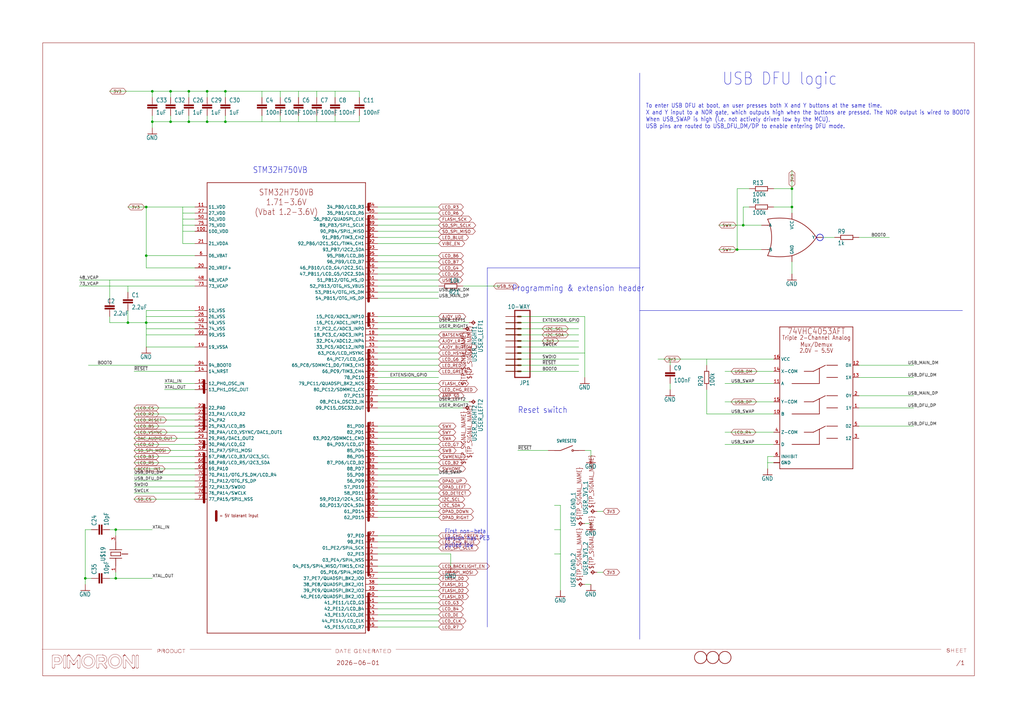
<source format=kicad_sch>
(kicad_sch (version 20230121) (generator eeschema)
  (paper "User" 426.949 302.158)
  (lib_symbols
    (symbol "32blit-eagle-import:10-WAY"
      (property "Reference" "JP" (at 0 8.89 0))
      (symbol "10-WAY_1_0"
        (pin passive line (at 10.16 -17.78 180) (length 5.08) (name "1") (number "A1"))
        (pin passive line (at 10.16 5.08 180) (length 5.08) (name "10") (number "A10"))
        (pin passive line (at 10.16 -15.24 180) (length 5.08) (name "2") (number "A2"))
        (pin passive line (at 10.16 -12.7 180) (length 5.08) (name "3") (number "A3"))
        (pin passive line (at 10.16 -10.16 180) (length 5.08) (name "4") (number "A4"))
        (pin passive line (at 10.16 -7.62 180) (length 5.08) (name "5") (number "A5"))
        (pin passive line (at 10.16 -5.08 180) (length 5.08) (name "6") (number "A6"))
        (pin passive line (at 10.16 -2.54 180) (length 5.08) (name "7") (number "A7"))
        (pin passive line (at 10.16 0 180) (length 5.08) (name "8") (number "A8"))
        (pin passive line (at 10.16 2.54 180) (length 5.08) (name "9") (number "A9"))
        (pin passive line (at 10.16 -17.78 180) (length 5.08) (name "1") (number "B1"))
        (pin passive line (at 10.16 5.08 180) (length 5.08) (name "10") (number "B10"))
        (pin passive line (at 10.16 -15.24 180) (length 5.08) (name "2") (number "B2"))
        (pin passive line (at 10.16 -12.7 180) (length 5.08) (name "3") (number "B3"))
        (pin passive line (at 10.16 -10.16 180) (length 5.08) (name "4") (number "B4"))
        (pin passive line (at 10.16 -7.62 180) (length 5.08) (name "5") (number "B5"))
        (pin passive line (at 10.16 -5.08 180) (length 5.08) (name "6") (number "B6"))
        (pin passive line (at 10.16 -2.54 180) (length 5.08) (name "7") (number "B7"))
        (pin passive line (at 10.16 0 180) (length 5.08) (name "8") (number "B8"))
        (pin passive line (at 10.16 2.54 180) (length 5.08) (name "9") (number "B9"))
      )
    )
    (symbol "32blit-eagle-import:74VHC4053AFT"
      (symbol "74VHC4053AFT_1_0"
        (text "2.0V - 5.5V" (at 0 15.24 0) (effects (font (size 1.778 1.5113)) (justify bottom)))
        (text "74VHC4053AFT" (at 0 22.86 0) (effects (font (size 2.54 2.159)) (justify bottom)))
        (text "Triple 2-Channel Analog\nMux/Demux" (at 0 17.78 0) (effects (font (size 1.778 1.5113)) (justify bottom)))
        (pin bidirectional line (at 17.78 -7.62 180) (length 2.54) (name "1Y") (number "1"))
        (pin bidirectional line (at -17.78 -10.16 0) (length 2.54) (name "B") (number "10"))
        (pin bidirectional line (at -17.78 2.54 0) (length 2.54) (name "A") (number "11"))
        (pin bidirectional line (at 17.78 10.16 180) (length 2.54) (name "0X") (number "12"))
        (pin bidirectional line (at 17.78 5.08 180) (length 2.54) (name "1X") (number "13"))
        (pin bidirectional line (at -17.78 7.62 0) (length 2.54) (name "X-COM") (number "14"))
        (pin bidirectional line (at -17.78 -5.08 0) (length 2.54) (name "Y-COM") (number "15"))
        (pin bidirectional line (at -17.78 12.7 0) (length 2.54) (name "VCC") (number "16"))
        (pin bidirectional line (at 17.78 -2.54 180) (length 2.54) (name "0Y") (number "2"))
        (pin bidirectional line (at 17.78 -20.32 180) (length 2.54) (name "1Z") (number "3"))
        (pin bidirectional line (at -17.78 -17.78 0) (length 2.54) (name "Z-COM") (number "4"))
        (pin bidirectional line (at 17.78 -15.24 180) (length 2.54) (name "0Z") (number "5"))
        (pin bidirectional line (at -17.78 -27.94 0) (length 2.54) (name "INHIBIT") (number "6"))
        (pin bidirectional line (at -17.78 -30.48 0) (length 2.54) (name "GND") (number "7"))
        (pin bidirectional line (at -17.78 -30.48 0) (length 2.54) (name "GND") (number "8"))
        (pin bidirectional line (at -17.78 -22.86 0) (length 2.54) (name "D") (number "9"))
      )
    )
    (symbol "32blit-eagle-import:C-EUC0603"
      (property "Reference" "C" (at 1.524 0.381 0))
      (symbol "C-EUC0603_1_0"
        (pin passive line (at 0 2.54 270) (length 2.54) (name "1") (number "1"))
        (pin passive line (at 0 -5.08 90) (length 2.54) (name "2") (number "2"))
      )
    )
    (symbol "32blit-eagle-import:DINA3_PIM_L"
      (symbol "DINA3_PIM_L_1_0"
        (text "${#}/${##}" (at 384.574 4.318 0) (effects (font (size 1.778 1.778)) (justify right bottom)))
        (text "${CURRENT_DATE}" (at 122.428 4.318 0) (effects (font (size 1.778 1.778)) (justify left bottom)))
        (text "${PROJECTNAME}" (at 48.006 4.318 0) (effects (font (size 1.778 1.778)) (justify left bottom)))
      )
    )
    (symbol "32blit-eagle-import:FIDUCIAL1MM")
    (symbol "32blit-eagle-import:GND" (power)
      (property "Value" "GND" (at -2.54 -2.54 0))
      (symbol "GND_1_0"
        (pin power_in line (at 0 2.54 270) (length 2.54) (name "GND") (number "1"))
      )
    )
    (symbol "32blit-eagle-import:R-EU_R0603"
      (property "Reference" "R" (at 0 1.2446 0))
      (symbol "R-EU_R0603_1_0"
        (pin passive line (at -5.08 0 0) (length 2.54) (name "1") (number "1"))
        (pin passive line (at 5.08 0 180) (length 2.54) (name "2") (number "2"))
      )
    )
    (symbol "32blit-eagle-import:SN74AHC1G02"
      (symbol "SN74AHC1G02_1_0"
        (pin bidirectional line (at -22.86 10.16 0) (length 2.54) (name "A") (number "1"))
        (pin bidirectional line (at -22.86 0 0) (length 2.54) (name "B") (number "2"))
        (pin bidirectional line (at -10.16 -5.08 90) (length 2.54) (name "GND") (number "3"))
        (pin bidirectional line (at 2.54 5.08 180) (length 2.54) (name "Y") (number "4"))
        (pin bidirectional line (at -10.16 15.24 270) (length 2.54) (name "VCC") (number "5"))
      )
    )
    (symbol "32blit-eagle-import:STM32H750VB"
      (symbol "STM32H750VB_1_0"
        (text "= 5V tolerant input" (at -27.94 -66.04 0) (effects (font (size 1.27 1.0795)) (justify left bottom)))
        (text "STM32H750VB\n1.71-3.6V\n(Vbat 1.2-3.6V)" (at 0 71.12 0) (effects (font (size 2.54 2.159)) (justify top)))
        (pin bidirectional line (at 38.1 -78.74 180) (length 5.08) (name "01_PE2/SPI4_SCK") (number "1"))
        (pin bidirectional line (at -38.1 20.32 0) (length 5.08) (name "10_VSS") (number "10"))
        (pin bidirectional line (at -38.1 53.34 0) (length 5.08) (name "100_VDD") (number "100"))
        (pin bidirectional line (at -38.1 63.5 0) (length 5.08) (name "11_VDD") (number "11"))
        (pin bidirectional line (at -38.1 -10.16 0) (length 5.08) (name "12_PH0_OSC_IN") (number "12"))
        (pin bidirectional line (at -38.1 -12.7 0) (length 5.08) (name "13_PH1_OSC_OUT") (number "13"))
        (pin bidirectional line (at -38.1 -5.08 0) (length 5.08) (name "14_NRST") (number "14"))
        (pin bidirectional line (at 38.1 17.78 180) (length 5.08) (name "15_PC0/ADC3_INP10") (number "15"))
        (pin bidirectional line (at 38.1 15.24 180) (length 5.08) (name "16_PC1/ADC1_INP11") (number "16"))
        (pin bidirectional line (at 38.1 12.7 180) (length 5.08) (name "17_PC2_C/ADC3_INP0") (number "17"))
        (pin bidirectional line (at 38.1 10.16 180) (length 5.08) (name "18_PC3_C/ADC3_INP1") (number "18"))
        (pin bidirectional line (at -38.1 5.08 0) (length 5.08) (name "19_VSSA") (number "19"))
        (pin bidirectional line (at 38.1 -81.28 180) (length 5.08) (name "02_PE3") (number "2"))
        (pin bidirectional line (at -38.1 38.1 0) (length 5.08) (name "20_VREF+") (number "20"))
        (pin bidirectional line (at -38.1 48.26 0) (length 5.08) (name "21_VDDA") (number "21"))
        (pin bidirectional line (at -38.1 -20.32 0) (length 5.08) (name "22_PA0") (number "22"))
        (pin bidirectional line (at -38.1 -22.86 0) (length 5.08) (name "23_PA1/LCD_R2") (number "23"))
        (pin bidirectional line (at -38.1 -25.4 0) (length 5.08) (name "24_PA2") (number "24"))
        (pin bidirectional line (at -38.1 -27.94 0) (length 5.08) (name "25_PA3/LCD_B5") (number "25"))
        (pin bidirectional line (at -38.1 17.78 0) (length 5.08) (name "26_VSS") (number "26"))
        (pin bidirectional line (at -38.1 60.96 0) (length 5.08) (name "27_VDD") (number "27"))
        (pin bidirectional line (at -38.1 -30.48 0) (length 5.08) (name "28_PA4/LCD_VSYNC/DAC1_OUT1") (number "28"))
        (pin bidirectional line (at -38.1 -33.02 0) (length 5.08) (name "29_PA5/DAC1_OUT2") (number "29"))
        (pin bidirectional line (at 38.1 -83.82 180) (length 5.08) (name "03_PE4/SPI4_NSS") (number "3"))
        (pin bidirectional line (at -38.1 -35.56 0) (length 5.08) (name "30_PA6/LCD_G2") (number "30"))
        (pin bidirectional line (at -38.1 -38.1 0) (length 5.08) (name "31_PA7/SPI1_MOSI") (number "31"))
        (pin bidirectional line (at 38.1 7.62 180) (length 5.08) (name "32_PC4/ADC12_INP4") (number "32"))
        (pin bidirectional line (at 38.1 5.08 180) (length 5.08) (name "33_PC5/ADC12_INP8") (number "33"))
        (pin bidirectional line (at 38.1 63.5 180) (length 5.08) (name "34_PB0/LCD_R3") (number "34"))
        (pin bidirectional line (at 38.1 60.96 180) (length 5.08) (name "35_PB1/LCD_R6") (number "35"))
        (pin bidirectional line (at 38.1 58.42 180) (length 5.08) (name "36_PB2/QUADSPI_CLK") (number "36"))
        (pin bidirectional line (at 38.1 -91.44 180) (length 5.08) (name "37_PE7/QUADSPI_BK2_IO0") (number "37"))
        (pin bidirectional line (at 38.1 -93.98 180) (length 5.08) (name "38_PE8/QUADSPI_BK2_IO1") (number "38"))
        (pin bidirectional line (at 38.1 -96.52 180) (length 5.08) (name "39_PE9/QUADSPI_BK2_IO2") (number "39"))
        (pin bidirectional line (at 38.1 -86.36 180) (length 5.08) (name "04_PE5/SPI4_MISO/TIM15_CH2") (number "4"))
        (pin bidirectional line (at 38.1 -99.06 180) (length 5.08) (name "40_PE10/QUADSPI_BK2_IO3") (number "40"))
        (pin bidirectional line (at 38.1 -101.6 180) (length 5.08) (name "41_PE11/LCD_G3") (number "41"))
        (pin bidirectional line (at 38.1 -104.14 180) (length 5.08) (name "42_PE12/LCD_B4") (number "42"))
        (pin bidirectional line (at 38.1 -106.68 180) (length 5.08) (name "43_PE13/LCD_DE") (number "43"))
        (pin bidirectional line (at 38.1 -109.22 180) (length 5.08) (name "44_PE14/LCD_CLK") (number "44"))
        (pin bidirectional line (at 38.1 -111.76 180) (length 5.08) (name "45_PE15/LCD_R7") (number "45"))
        (pin bidirectional line (at 38.1 38.1 180) (length 5.08) (name "46_PB10/LCD_G4/I2C2_SCL") (number "46"))
        (pin bidirectional line (at 38.1 35.56 180) (length 5.08) (name "47_PB11/LCD_G5/I2C2_SDA") (number "47"))
        (pin bidirectional line (at -38.1 33.02 0) (length 5.08) (name "48_VCAP") (number "48"))
        (pin bidirectional line (at -38.1 15.24 0) (length 5.08) (name "49_VSS") (number "49"))
        (pin bidirectional line (at 38.1 -88.9 180) (length 5.08) (name "05_PE6/SPI4_MOSI") (number "5"))
        (pin bidirectional line (at -38.1 58.42 0) (length 5.08) (name "50_VDD") (number "50"))
        (pin bidirectional line (at 38.1 33.02 180) (length 5.08) (name "51_PB12/OTG_HS_ID") (number "51"))
        (pin bidirectional line (at 38.1 30.48 180) (length 5.08) (name "52_PB13/OTG_HS_VBUS") (number "52"))
        (pin bidirectional line (at 38.1 27.94 180) (length 5.08) (name "53_PB14/OTG_HS_DM") (number "53"))
        (pin bidirectional line (at 38.1 25.4 180) (length 5.08) (name "54_PB15/OTG_HS_DP") (number "54"))
        (pin bidirectional line (at 38.1 -48.26 180) (length 5.08) (name "55_PD8") (number "55"))
        (pin bidirectional line (at 38.1 -50.8 180) (length 5.08) (name "56_PD9") (number "56"))
        (pin bidirectional line (at 38.1 -53.34 180) (length 5.08) (name "57_PD10") (number "57"))
        (pin bidirectional line (at 38.1 -55.88 180) (length 5.08) (name "58_PD11") (number "58"))
        (pin bidirectional line (at 38.1 -58.42 180) (length 5.08) (name "59_PD12/I2C4_SCL") (number "59"))
        (pin bidirectional line (at -38.1 43.18 0) (length 5.08) (name "06_VBAT") (number "6"))
        (pin bidirectional line (at 38.1 -60.96 180) (length 5.08) (name "60_PD13/I2C4_SDA") (number "60"))
        (pin bidirectional line (at 38.1 -63.5 180) (length 5.08) (name "61_PD14") (number "61"))
        (pin bidirectional line (at 38.1 -66.04 180) (length 5.08) (name "62_PD15") (number "62"))
        (pin bidirectional line (at 38.1 2.54 180) (length 5.08) (name "63_PC6/LCD_HSYNC") (number "63"))
        (pin bidirectional line (at 38.1 0 180) (length 5.08) (name "64_PC7/LCD_G6") (number "64"))
        (pin bidirectional line (at 38.1 -2.54 180) (length 5.08) (name "65_PC8/SDMMC1_D0/TIM3_CH3") (number "65"))
        (pin bidirectional line (at 38.1 -5.08 180) (length 5.08) (name "66_PC9/TIM3_CH4") (number "66"))
        (pin bidirectional line (at -38.1 -40.64 0) (length 5.08) (name "67_PA8/LCD_B3/I2C3_SCL") (number "67"))
        (pin bidirectional line (at -38.1 -43.18 0) (length 5.08) (name "68_PA9/LCD_R5/I2C3_SDA") (number "68"))
        (pin bidirectional line (at -38.1 -45.72 0) (length 5.08) (name "69_PA10") (number "69"))
        (pin bidirectional line (at 38.1 -15.24 180) (length 5.08) (name "07_PC13") (number "7"))
        (pin bidirectional line (at -38.1 -48.26 0) (length 5.08) (name "70_PA11/OTG_FS_DM/LCD_R4") (number "70"))
        (pin bidirectional line (at -38.1 -50.8 0) (length 5.08) (name "71_PA12/OTG_FS_DP") (number "71"))
        (pin bidirectional line (at -38.1 -53.34 0) (length 5.08) (name "72_PA13/SWDIO") (number "72"))
        (pin bidirectional line (at -38.1 30.48 0) (length 5.08) (name "73_VCAP") (number "73"))
        (pin bidirectional line (at -38.1 12.7 0) (length 5.08) (name "74_VSS") (number "74"))
        (pin bidirectional line (at -38.1 55.88 0) (length 5.08) (name "75_VDD") (number "75"))
        (pin bidirectional line (at -38.1 -55.88 0) (length 5.08) (name "76_PA14/SWCLK") (number "76"))
        (pin bidirectional line (at -38.1 -58.42 0) (length 5.08) (name "77_PA15/SPI1_NSS") (number "77"))
        (pin bidirectional line (at 38.1 -7.62 180) (length 5.08) (name "78_PC10") (number "78"))
        (pin bidirectional line (at 38.1 -10.16 180) (length 5.08) (name "79_PC11/QUADSPI_BK2_NCS") (number "79"))
        (pin bidirectional line (at 38.1 -17.78 180) (length 5.08) (name "08_PC14_OSC32_IN") (number "8"))
        (pin bidirectional line (at 38.1 -12.7 180) (length 5.08) (name "80_PC12/SDMMC1_CK") (number "80"))
        (pin bidirectional line (at 38.1 -27.94 180) (length 5.08) (name "81_PD0") (number "81"))
        (pin bidirectional line (at 38.1 -30.48 180) (length 5.08) (name "82_PD1") (number "82"))
        (pin bidirectional line (at 38.1 -33.02 180) (length 5.08) (name "83_PD2/SDMMC1_CMD") (number "83"))
        (pin bidirectional line (at 38.1 -35.56 180) (length 5.08) (name "84_PD3/LCD_G7") (number "84"))
        (pin bidirectional line (at 38.1 -38.1 180) (length 5.08) (name "85_PD4") (number "85"))
        (pin bidirectional line (at 38.1 -40.64 180) (length 5.08) (name "86_PD5") (number "86"))
        (pin bidirectional line (at 38.1 -43.18 180) (length 5.08) (name "87_PD6/LCD_B2") (number "87"))
        (pin bidirectional line (at 38.1 -45.72 180) (length 5.08) (name "88_PD7") (number "88"))
        (pin bidirectional line (at 38.1 55.88 180) (length 5.08) (name "89_PB3/SPI1_SCLK") (number "89"))
        (pin bidirectional line (at 38.1 -20.32 180) (length 5.08) (name "09_PC15_OSC32_OUT") (number "9"))
        (pin bidirectional line (at 38.1 53.34 180) (length 5.08) (name "90_PB4/SPI1_MISO") (number "90"))
        (pin bidirectional line (at 38.1 50.8 180) (length 5.08) (name "91_PB5/TIM3_CH2") (number "91"))
        (pin bidirectional line (at 38.1 48.26 180) (length 5.08) (name "92_PB6/I2C1_SCL/TIM4_CH1") (number "92"))
        (pin bidirectional line (at 38.1 45.72 180) (length 5.08) (name "93_PB7/I2C2_SDA") (number "93"))
        (pin bidirectional line (at -38.1 -2.54 0) (length 5.08) (name "94_BOOT0") (number "94"))
        (pin bidirectional line (at 38.1 43.18 180) (length 5.08) (name "95_PB8/LCD_B6") (number "95"))
        (pin bidirectional line (at 38.1 40.64 180) (length 5.08) (name "96_PB9/LCD_B7") (number "96"))
        (pin bidirectional line (at 38.1 -73.66 180) (length 5.08) (name "97_PE0") (number "97"))
        (pin bidirectional line (at 38.1 -76.2 180) (length 5.08) (name "98_PE1") (number "98"))
        (pin bidirectional line (at -38.1 10.16 0) (length 5.08) (name "99_VSS") (number "99"))
      )
    )
    (symbol "32blit-eagle-import:TACT_SWITCHLOWPROFILE"
      (property "Reference" "SW" (at 0 3.302 0))
      (symbol "TACT_SWITCHLOWPROFILE_1_0"
        (pin bidirectional line (at -7.62 0 0) (length 2.54) (name "1") (number "1"))
        (pin bidirectional line (at -7.62 0 0) (length 2.54) (name "1") (number "2"))
        (pin bidirectional line (at 7.62 0 180) (length 2.54) (name "2") (number "3"))
        (pin bidirectional line (at 7.62 0 180) (length 2.54) (name "2") (number "4"))
      )
    )
    (symbol "32blit-eagle-import:TPTP17SQ"
      (property "Reference" "TP" (at -1.27 1.27 0))
      (symbol "TPTP17SQ_1_0"
        (text "${TP_SIGNAL_NAME}" (at 1.27 -1.27 0) (effects (font (size 1.778 1.5113)) (justify left bottom)))
        (pin input line (at 0 -2.54 90) (length 2.54) (name "TP") (number "TP"))
      )
    )
    (symbol "32blit-eagle-import:TSX-3225"
      (property "Reference" "Y" (at 0 4.318 0))
      (symbol "TSX-3225_1_0"
        (pin bidirectional line (at -7.62 0 0) (length 2.54) (name "1") (number "1"))
        (pin bidirectional line (at 0 -5.08 90) (length 2.54) (name "GND") (number "2"))
        (pin bidirectional line (at 7.62 0 180) (length 2.54) (name "2") (number "3"))
        (pin bidirectional line (at 0 -5.08 90) (length 2.54) (name "GND") (number "4"))
      )
    )
    (symbol "32blit-eagle-import:rcl_C-EUC0402K"
      (property "Reference" "C" (at 1.524 0.381 0))
      (symbol "rcl_C-EUC0402K_1_0"
        (pin passive line (at 0 2.54 270) (length 2.54) (name "1") (number "1"))
        (pin passive line (at 0 -5.08 90) (length 2.54) (name "2") (number "2"))
      )
    )
    (symbol "32blit-eagle-import:rcl_C-EUC0603K"
      (property "Reference" "C" (at 1.524 0.381 0))
      (symbol "rcl_C-EUC0603K_1_0"
        (pin passive line (at 0 2.54 270) (length 2.54) (name "1") (number "1"))
        (pin passive line (at 0 -5.08 90) (length 2.54) (name "2") (number "2"))
      )
    )
  )
  (junction (at 53.34 134.62))
  (junction (at 78.74 38.1))
  (junction (at 71.12 50.8))
  (junction (at 86.36 38.1))
  (junction (at 60.96 106.68))
  (junction (at 71.12 38.1))
  (junction (at 86.36 50.8))
  (junction (at 35.56 241.3))
  (junction (at 63.5 50.8))
  (junction (at 330.2 86.36))
  (junction (at 330.2 78.74))
  (junction (at 63.5 38.1))
  (junction (at 307.34 104.14))
  (junction (at 93.98 50.8))
  (junction (at 60.96 134.62))
  (junction (at 309.88 93.98))
  (junction (at 60.96 86.36))
  (junction (at 48.26 241.3))
  (junction (at 93.98 38.1))
  (junction (at 48.26 220.98))
  (junction (at 78.74 50.8))
  (wire (pts (xy 157.48 119.38) (xy 182.88 119.38)) (stroke (width 0.1524)))
  (wire (pts (xy 317.5 93.98) (xy 309.88 93.98)) (stroke (width 0.1524)))
  (wire (pts (xy 63.5 40.64) (xy 63.5 38.1)) (stroke (width 0.1524)))
  (wire (pts (xy 157.48 261.62) (xy 182.88 261.62)) (stroke (width 0.1524)))
  (wire (pts (xy 157.48 185.42) (xy 182.88 185.42)) (stroke (width 0.1524)))
  (wire (pts (xy 45.72 116.84) (xy 33.02 116.84)) (stroke (width 0.1524)))
  (wire (pts (xy 109.22 50.8) (xy 93.98 50.8)) (stroke (width 0.1524)))
  (wire (pts (xy 35.56 220.98) (xy 38.1 220.98)) (stroke (width 0.1524)))
  (wire (pts (xy 243.84 218.44) (xy 246.38 218.44)) (stroke (width 0.1524)))
  (wire (pts (xy 157.48 193.04) (xy 182.88 193.04)) (stroke (width 0.1524)))
  (wire (pts (xy 53.34 119.38) (xy 33.02 119.38)) (stroke (width 0.1524)))
  (wire (pts (xy 307.34 78.74) (xy 307.34 104.14)) (stroke (width 0.1524)))
  (wire (pts (xy 322.58 185.42) (xy 302.26 185.42)) (stroke (width 0.1524)))
  (wire (pts (xy 358.14 152.4) (xy 381 152.4)) (stroke (width 0.1524)))
  (wire (pts (xy 48.26 241.3) (xy 45.72 241.3)) (stroke (width 0.1524)))
  (wire (pts (xy 210.82 132.08) (xy 243.84 132.08)) (stroke (width 0.1524)))
  (wire (pts (xy 231.14 210.82) (xy 233.68 210.82)) (stroke (width 0.1524)))
  (wire (pts (xy 157.48 203.2) (xy 182.88 203.2)) (stroke (width 0.1524)))
  (wire (pts (xy 322.58 167.64) (xy 302.26 167.64)) (stroke (width 0.1524)))
  (wire (pts (xy 60.96 132.08) (xy 81.28 132.08)) (stroke (width 0.1524)))
  (polyline (pts (xy 203.2 111.76) (xy 266.7 111.76)) (stroke (width 0.1524) (type solid)))
  (wire (pts (xy 76.2 101.6) (xy 76.2 96.52)) (stroke (width 0.1524)))
  (wire (pts (xy 81.28 187.96) (xy 55.88 187.96)) (stroke (width 0.1524)))
  (wire (pts (xy 157.48 152.4) (xy 182.88 152.4)) (stroke (width 0.1524)))
  (wire (pts (xy 193.04 119.38) (xy 208.28 119.38)) (stroke (width 0.1524)))
  (wire (pts (xy 157.48 162.56) (xy 182.88 162.56)) (stroke (width 0.1524)))
  (wire (pts (xy 78.74 40.64) (xy 78.74 38.1)) (stroke (width 0.1524)))
  (polyline (pts (xy 266.7 129.54) (xy 401.32 129.54)) (stroke (width 0.1524) (type solid)))
  (wire (pts (xy 109.22 38.1) (xy 93.98 38.1)) (stroke (width 0.1524)))
  (wire (pts (xy 124.46 50.8) (xy 116.84 50.8)) (stroke (width 0.1524)))
  (wire (pts (xy 322.58 86.36) (xy 330.2 86.36)) (stroke (width 0.1524)))
  (wire (pts (xy 35.56 241.3) (xy 35.56 243.84)) (stroke (width 0.1524)))
  (wire (pts (xy 157.48 248.92) (xy 182.88 248.92)) (stroke (width 0.1524)))
  (wire (pts (xy 81.28 195.58) (xy 55.88 195.58)) (stroke (width 0.1524)))
  (wire (pts (xy 358.14 177.8) (xy 381 177.8)) (stroke (width 0.1524)))
  (wire (pts (xy 157.48 170.18) (xy 193.04 170.18)) (stroke (width 0.1524)))
  (wire (pts (xy 132.08 50.8) (xy 124.46 50.8)) (stroke (width 0.1524)))
  (wire (pts (xy 157.48 256.54) (xy 182.88 256.54)) (stroke (width 0.1524)))
  (wire (pts (xy 48.26 220.98) (xy 63.5 220.98)) (stroke (width 0.1524)))
  (wire (pts (xy 358.14 170.18) (xy 381 170.18)) (stroke (width 0.1524)))
  (wire (pts (xy 231.14 220.98) (xy 233.68 220.98)) (stroke (width 0.1524)))
  (wire (pts (xy 149.86 38.1) (xy 149.86 40.64)) (stroke (width 0.1524)))
  (wire (pts (xy 60.96 137.16) (xy 60.96 139.7)) (stroke (width 0.1524)))
  (wire (pts (xy 116.84 40.64) (xy 116.84 38.1)) (stroke (width 0.1524)))
  (wire (pts (xy 157.48 99.06) (xy 182.88 99.06)) (stroke (width 0.1524)))
  (wire (pts (xy 157.48 116.84) (xy 182.88 116.84)) (stroke (width 0.1524)))
  (wire (pts (xy 243.84 147.32) (xy 243.84 157.48)) (stroke (width 0.1524)))
  (wire (pts (xy 157.48 231.14) (xy 187.96 231.14)) (stroke (width 0.1524)))
  (wire (pts (xy 132.08 40.64) (xy 132.08 38.1)) (stroke (width 0.1524)))
  (wire (pts (xy 330.2 78.74) (xy 330.2 71.12)) (stroke (width 0.1524)))
  (wire (pts (xy 60.96 86.36) (xy 53.34 86.36)) (stroke (width 0.1524)))
  (wire (pts (xy 81.28 177.8) (xy 55.88 177.8)) (stroke (width 0.1524)))
  (wire (pts (xy 81.28 137.16) (xy 60.96 137.16)) (stroke (width 0.1524)))
  (wire (pts (xy 157.48 254) (xy 182.88 254)) (stroke (width 0.1524)))
  (wire (pts (xy 157.48 149.86) (xy 182.88 149.86)) (stroke (width 0.1524)))
  (wire (pts (xy 309.88 86.36) (xy 309.88 93.98)) (stroke (width 0.1524)))
  (wire (pts (xy 294.64 172.72) (xy 294.64 162.56)) (stroke (width 0.1524)))
  (wire (pts (xy 157.48 180.34) (xy 182.88 180.34)) (stroke (width 0.1524)))
  (wire (pts (xy 157.48 147.32) (xy 182.88 147.32)) (stroke (width 0.1524)))
  (wire (pts (xy 330.2 109.22) (xy 330.2 114.3)) (stroke (width 0.1524)))
  (wire (pts (xy 81.28 86.36) (xy 76.2 86.36)) (stroke (width 0.1524)))
  (wire (pts (xy 157.48 167.64) (xy 195.58 167.64)) (stroke (width 0.1524)))
  (wire (pts (xy 60.96 132.08) (xy 60.96 134.62)) (stroke (width 0.1524)))
  (wire (pts (xy 157.48 198.12) (xy 182.88 198.12)) (stroke (width 0.1524)))
  (wire (pts (xy 279.4 162.56) (xy 279.4 160.02)) (stroke (width 0.1524)))
  (wire (pts (xy 81.28 193.04) (xy 55.88 193.04)) (stroke (width 0.1524)))
  (wire (pts (xy 241.3 154.94) (xy 210.82 154.94)) (stroke (width 0.1524)))
  (wire (pts (xy 132.08 38.1) (xy 124.46 38.1)) (stroke (width 0.1524)))
  (wire (pts (xy 157.48 182.88) (xy 182.88 182.88)) (stroke (width 0.1524)))
  (wire (pts (xy 48.26 238.76) (xy 48.26 241.3)) (stroke (width 0.1524)))
  (wire (pts (xy 86.36 48.26) (xy 86.36 50.8)) (stroke (width 0.1524)))
  (wire (pts (xy 78.74 38.1) (xy 71.12 38.1)) (stroke (width 0.1524)))
  (wire (pts (xy 157.48 195.58) (xy 182.88 195.58)) (stroke (width 0.1524)))
  (wire (pts (xy 81.28 200.66) (xy 55.88 200.66)) (stroke (width 0.1524)))
  (polyline (pts (xy 266.7 266.7) (xy 266.7 129.54)) (stroke (width 0.1524) (type solid)))
  (wire (pts (xy 81.28 88.9) (xy 76.2 88.9)) (stroke (width 0.1524)))
  (wire (pts (xy 60.96 144.78) (xy 81.28 144.78)) (stroke (width 0.1524)))
  (wire (pts (xy 248.92 213.36) (xy 251.46 213.36)) (stroke (width 0.1524)))
  (wire (pts (xy 81.28 180.34) (xy 55.88 180.34)) (stroke (width 0.1524)))
  (wire (pts (xy 157.48 251.46) (xy 182.88 251.46)) (stroke (width 0.1524)))
  (wire (pts (xy 243.84 243.84) (xy 246.38 243.84)) (stroke (width 0.1524)))
  (wire (pts (xy 157.48 246.38) (xy 182.88 246.38)) (stroke (width 0.1524)))
  (wire (pts (xy 233.68 220.98) (xy 233.68 231.14)) (stroke (width 0.1524)))
  (wire (pts (xy 243.84 187.96) (xy 246.38 187.96)) (stroke (width 0.1524)))
  (wire (pts (xy 322.58 154.94) (xy 302.26 154.94)) (stroke (width 0.1524)))
  (wire (pts (xy 116.84 38.1) (xy 109.22 38.1)) (stroke (width 0.1524)))
  (wire (pts (xy 233.68 231.14) (xy 233.68 246.38)) (stroke (width 0.1524)))
  (wire (pts (xy 157.48 223.52) (xy 182.88 223.52)) (stroke (width 0.1524)))
  (wire (pts (xy 342.9 99.06) (xy 347.98 99.06)) (stroke (width 0.1524)))
  (wire (pts (xy 320.04 195.58) (xy 320.04 193.04)) (stroke (width 0.1524)))
  (wire (pts (xy 157.48 213.36) (xy 182.88 213.36)) (stroke (width 0.1524)))
  (wire (pts (xy 86.36 50.8) (xy 78.74 50.8)) (stroke (width 0.1524)))
  (wire (pts (xy 109.22 40.64) (xy 109.22 38.1)) (stroke (width 0.1524)))
  (wire (pts (xy 139.7 38.1) (xy 149.86 38.1)) (stroke (width 0.1524)))
  (wire (pts (xy 81.28 93.98) (xy 76.2 93.98)) (stroke (width 0.1524)))
  (wire (pts (xy 71.12 48.26) (xy 71.12 50.8)) (stroke (width 0.1524)))
  (wire (pts (xy 157.48 111.76) (xy 182.88 111.76)) (stroke (width 0.1524)))
  (wire (pts (xy 157.48 101.6) (xy 182.88 101.6)) (stroke (width 0.1524)))
  (wire (pts (xy 139.7 48.26) (xy 139.7 50.8)) (stroke (width 0.1524)))
  (wire (pts (xy 210.82 152.4) (xy 241.3 152.4)) (stroke (width 0.1524)))
  (wire (pts (xy 210.82 137.16) (xy 241.3 137.16)) (stroke (width 0.1524)))
  (wire (pts (xy 93.98 50.8) (xy 86.36 50.8)) (stroke (width 0.1524)))
  (wire (pts (xy 157.48 114.3) (xy 182.88 114.3)) (stroke (width 0.1524)))
  (wire (pts (xy 210.82 139.7) (xy 241.3 139.7)) (stroke (width 0.1524)))
  (wire (pts (xy 330.2 88.9) (xy 330.2 86.36)) (stroke (width 0.1524)))
  (wire (pts (xy 78.74 48.26) (xy 78.74 50.8)) (stroke (width 0.1524)))
  (wire (pts (xy 358.14 157.48) (xy 381 157.48)) (stroke (width 0.1524)))
  (polyline (pts (xy 203.2 261.62) (xy 203.2 111.76)) (stroke (width 0.1524) (type solid)))
  (wire (pts (xy 322.58 180.34) (xy 302.26 180.34)) (stroke (width 0.1524)))
  (wire (pts (xy 157.48 187.96) (xy 182.88 187.96)) (stroke (width 0.1524)))
  (wire (pts (xy 157.48 121.92) (xy 182.88 121.92)) (stroke (width 0.1524)))
  (wire (pts (xy 294.64 149.86) (xy 279.4 149.86)) (stroke (width 0.1524)))
  (wire (pts (xy 139.7 50.8) (xy 132.08 50.8)) (stroke (width 0.1524)))
  (wire (pts (xy 294.64 152.4) (xy 294.64 149.86)) (stroke (width 0.1524)))
  (wire (pts (xy 81.28 203.2) (xy 55.88 203.2)) (stroke (width 0.1524)))
  (wire (pts (xy 157.48 96.52) (xy 182.88 96.52)) (stroke (width 0.1524)))
  (wire (pts (xy 157.48 139.7) (xy 182.88 139.7)) (stroke (width 0.1524)))
  (wire (pts (xy 71.12 38.1) (xy 63.5 38.1)) (stroke (width 0.1524)))
  (wire (pts (xy 279.4 149.86) (xy 274.32 149.86)) (stroke (width 0.1524)))
  (wire (pts (xy 48.26 220.98) (xy 45.72 220.98)) (stroke (width 0.1524)))
  (wire (pts (xy 157.48 142.24) (xy 182.88 142.24)) (stroke (width 0.1524)))
  (wire (pts (xy 93.98 48.26) (xy 93.98 50.8)) (stroke (width 0.1524)))
  (wire (pts (xy 76.2 86.36) (xy 60.96 86.36)) (stroke (width 0.1524)))
  (wire (pts (xy 157.48 177.8) (xy 182.88 177.8)) (stroke (width 0.1524)))
  (wire (pts (xy 157.48 190.5) (xy 182.88 190.5)) (stroke (width 0.1524)))
  (wire (pts (xy 157.48 132.08) (xy 182.88 132.08)) (stroke (width 0.1524)))
  (wire (pts (xy 53.34 129.54) (xy 53.34 134.62)) (stroke (width 0.1524)))
  (wire (pts (xy 157.48 157.48) (xy 182.88 157.48)) (stroke (width 0.1524)))
  (wire (pts (xy 81.28 139.7) (xy 60.96 139.7)) (stroke (width 0.1524)))
  (wire (pts (xy 81.28 175.26) (xy 55.88 175.26)) (stroke (width 0.1524)))
  (wire (pts (xy 157.48 236.22) (xy 182.88 236.22)) (stroke (width 0.1524)))
  (wire (pts (xy 76.2 96.52) (xy 76.2 93.98)) (stroke (width 0.1524)))
  (polyline (pts (xy 266.7 129.54) (xy 266.7 30.48)) (stroke (width 0.1524) (type solid)))
  (wire (pts (xy 157.48 91.44) (xy 182.88 91.44)) (stroke (width 0.1524)))
  (wire (pts (xy 60.96 106.68) (xy 81.28 106.68)) (stroke (width 0.1524)))
  (wire (pts (xy 157.48 86.36) (xy 182.88 86.36)) (stroke (width 0.1524)))
  (wire (pts (xy 157.48 137.16) (xy 193.04 137.16)) (stroke (width 0.1524)))
  (wire (pts (xy 71.12 40.64) (xy 71.12 38.1)) (stroke (width 0.1524)))
  (wire (pts (xy 60.96 134.62) (xy 60.96 137.16)) (stroke (width 0.1524)))
  (wire (pts (xy 60.96 129.54) (xy 81.28 129.54)) (stroke (width 0.1524)))
  (wire (pts (xy 81.28 101.6) (xy 76.2 101.6)) (stroke (width 0.1524)))
  (wire (pts (xy 157.48 243.84) (xy 182.88 243.84)) (stroke (width 0.1524)))
  (wire (pts (xy 53.34 119.38) (xy 53.34 121.92)) (stroke (width 0.1524)))
  (wire (pts (xy 45.72 134.62) (xy 53.34 134.62)) (stroke (width 0.1524)))
  (wire (pts (xy 81.28 96.52) (xy 76.2 96.52)) (stroke (width 0.1524)))
  (wire (pts (xy 116.84 50.8) (xy 109.22 50.8)) (stroke (width 0.1524)))
  (wire (pts (xy 60.96 129.54) (xy 60.96 132.08)) (stroke (width 0.1524)))
  (wire (pts (xy 210.82 144.78) (xy 241.3 144.78)) (stroke (width 0.1524)))
  (wire (pts (xy 53.34 134.62) (xy 60.96 134.62)) (stroke (width 0.1524)))
  (wire (pts (xy 279.4 152.4) (xy 279.4 149.86)) (stroke (width 0.1524)))
  (wire (pts (xy 309.88 93.98) (xy 299.72 93.98)) (stroke (width 0.1524)))
  (wire (pts (xy 60.96 111.76) (xy 60.96 106.68)) (stroke (width 0.1524)))
  (wire (pts (xy 157.48 241.3) (xy 182.88 241.3)) (stroke (width 0.1524)))
  (wire (pts (xy 149.86 50.8) (xy 149.86 48.26)) (stroke (width 0.1524)))
  (wire (pts (xy 330.2 86.36) (xy 330.2 78.74)) (stroke (width 0.1524)))
  (wire (pts (xy 124.46 48.26) (xy 124.46 50.8)) (stroke (width 0.1524)))
  (wire (pts (xy 157.48 208.28) (xy 182.88 208.28)) (stroke (width 0.1524)))
  (wire (pts (xy 132.08 48.26) (xy 132.08 50.8)) (stroke (width 0.1524)))
  (wire (pts (xy 116.84 48.26) (xy 116.84 50.8)) (stroke (width 0.1524)))
  (wire (pts (xy 157.48 228.6) (xy 182.88 228.6)) (stroke (width 0.1524)))
  (wire (pts (xy 157.48 144.78) (xy 182.88 144.78)) (stroke (width 0.1524)))
  (wire (pts (xy 210.82 134.62) (xy 241.3 134.62)) (stroke (width 0.1524)))
  (wire (pts (xy 312.42 86.36) (xy 309.88 86.36)) (stroke (width 0.1524)))
  (wire (pts (xy 81.28 91.44) (xy 76.2 91.44)) (stroke (width 0.1524)))
  (wire (pts (xy 81.28 198.12) (xy 55.88 198.12)) (stroke (width 0.1524)))
  (wire (pts (xy 60.96 139.7) (xy 60.96 144.78)) (stroke (width 0.1524)))
  (wire (pts (xy 157.48 88.9) (xy 182.88 88.9)) (stroke (width 0.1524)))
  (wire (pts (xy 38.1 241.3) (xy 35.56 241.3)) (stroke (width 0.1524)))
  (wire (pts (xy 157.48 205.74) (xy 182.88 205.74)) (stroke (width 0.1524)))
  (wire (pts (xy 243.84 147.32) (xy 210.82 147.32)) (stroke (width 0.1524)))
  (wire (pts (xy 157.48 215.9) (xy 182.88 215.9)) (stroke (width 0.1524)))
  (wire (pts (xy 139.7 50.8) (xy 149.86 50.8)) (stroke (width 0.1524)))
  (wire (pts (xy 86.36 38.1) (xy 78.74 38.1)) (stroke (width 0.1524)))
  (wire (pts (xy 322.58 193.04) (xy 320.04 193.04)) (stroke (width 0.1524)))
  (wire (pts (xy 81.28 190.5) (xy 55.88 190.5)) (stroke (width 0.1524)))
  (wire (pts (xy 76.2 93.98) (xy 76.2 91.44)) (stroke (width 0.1524)))
  (wire (pts (xy 48.26 223.52) (xy 48.26 220.98)) (stroke (width 0.1524)))
  (wire (pts (xy 358.14 99.06) (xy 370.84 99.06)) (stroke (width 0.1524)))
  (wire (pts (xy 81.28 172.72) (xy 55.88 172.72)) (stroke (width 0.1524)))
  (wire (pts (xy 81.28 160.02) (xy 68.58 160.02)) (stroke (width 0.1524)))
  (wire (pts (xy 157.48 109.22) (xy 182.88 109.22)) (stroke (width 0.1524)))
  (wire (pts (xy 139.7 38.1) (xy 132.08 38.1)) (stroke (width 0.1524)))
  (wire (pts (xy 71.12 50.8) (xy 63.5 50.8)) (stroke (width 0.1524)))
  (wire (pts (xy 157.48 165.1) (xy 182.88 165.1)) (stroke (width 0.1524)))
  (wire (pts (xy 317.5 104.14) (xy 307.34 104.14)) (stroke (width 0.1524)))
  (wire (pts (xy 53.34 119.38) (xy 81.28 119.38)) (stroke (width 0.1524)))
  (wire (pts (xy 109.22 48.26) (xy 109.22 50.8)) (stroke (width 0.1524)))
  (wire (pts (xy 248.92 238.76) (xy 251.46 238.76)) (stroke (width 0.1524)))
  (wire (pts (xy 195.58 134.62) (xy 157.48 134.62)) (stroke (width 0.1524)))
  (wire (pts (xy 63.5 48.26) (xy 63.5 50.8)) (stroke (width 0.1524)))
  (wire (pts (xy 63.5 50.8) (xy 63.5 53.34)) (stroke (width 0.1524)))
  (wire (pts (xy 246.38 187.96) (xy 246.38 190.5)) (stroke (width 0.1524)))
  (wire (pts (xy 81.28 134.62) (xy 60.96 134.62)) (stroke (width 0.1524)))
  (wire (pts (xy 60.96 106.68) (xy 60.96 86.36)) (stroke (width 0.1524)))
  (wire (pts (xy 76.2 91.44) (xy 76.2 88.9)) (stroke (width 0.1524)))
  (wire (pts (xy 81.28 208.28) (xy 55.88 208.28)) (stroke (width 0.1524)))
  (wire (pts (xy 157.48 210.82) (xy 182.88 210.82)) (stroke (width 0.1524)))
  (wire (pts (xy 124.46 38.1) (xy 116.84 38.1)) (stroke (width 0.1524)))
  (wire (pts (xy 228.6 187.96) (xy 215.9 187.96)) (stroke (width 0.1524)))
  (wire (pts (xy 45.72 116.84) (xy 45.72 124.46)) (stroke (width 0.1524)))
  (wire (pts (xy 124.46 40.64) (xy 124.46 38.1)) (stroke (width 0.1524)))
  (wire (pts (xy 187.96 231.14) (xy 187.96 236.22)) (stroke (width 0.1524)))
  (wire (pts (xy 86.36 40.64) (xy 86.36 38.1)) (stroke (width 0.1524)))
  (wire (pts (xy 157.48 226.06) (xy 182.88 226.06)) (stroke (width 0.1524)))
  (wire (pts (xy 45.72 132.08) (xy 45.72 134.62)) (stroke (width 0.1524)))
  (wire (pts (xy 157.48 259.08) (xy 182.88 259.08)) (stroke (width 0.1524)))
  (wire (pts (xy 63.5 38.1) (xy 45.72 38.1)) (stroke (width 0.1524)))
  (wire (pts (xy 81.28 111.76) (xy 60.96 111.76)) (stroke (width 0.1524)))
  (wire (pts (xy 81.28 182.88) (xy 55.88 182.88)) (stroke (width 0.1524)))
  (wire (pts (xy 157.48 124.46) (xy 182.88 124.46)) (stroke (width 0.1524)))
  (wire (pts (xy 322.58 160.02) (xy 302.26 160.02)) (stroke (width 0.1524)))
  (wire (pts (xy 243.84 132.08) (xy 243.84 147.32)) (stroke (width 0.1524)))
  (wire (pts (xy 36.83 152.4) (xy 81.28 152.4)) (stroke (width 0.1524)))
  (wire (pts (xy 320.04 193.04) (xy 320.04 190.5)) (stroke (width 0.1524)))
  (wire (pts (xy 78.74 50.8) (xy 71.12 50.8)) (stroke (width 0.1524)))
  (wire (pts (xy 294.64 149.86) (xy 322.58 149.86)) (stroke (width 0.1524)))
  (wire (pts (xy 76.2 88.9) (xy 76.2 86.36)) (stroke (width 0.1524)))
  (wire (pts (xy 358.14 165.1) (xy 381 165.1)) (stroke (width 0.1524)))
  (wire (pts (xy 231.14 231.14) (xy 233.68 231.14)) (stroke (width 0.1524)))
  (wire (pts (xy 294.64 172.72) (xy 322.58 172.72)) (stroke (width 0.1524)))
  (wire (pts (xy 157.48 238.76) (xy 182.88 238.76)) (stroke (width 0.1524)))
  (wire (pts (xy 157.48 106.68) (xy 182.88 106.68)) (stroke (width 0.1524)))
  (wire (pts (xy 48.26 241.3) (xy 63.5 241.3)) (stroke (width 0.1524)))
  (wire (pts (xy 320.04 190.5) (xy 322.58 190.5)) (stroke (width 0.1524)))
  (wire (pts (xy 322.58 78.74) (xy 330.2 78.74)) (stroke (width 0.1524)))
  (wire (pts (xy 157.48 200.66) (xy 182.88 200.66)) (stroke (width 0.1524)))
  (wire (pts (xy 81.28 154.94) (xy 55.88 154.94)) (stroke (width 0.1524)))
  (wire (pts (xy 93.98 40.64) (xy 93.98 38.1)) (stroke (width 0.1524)))
  (wire (pts (xy 93.98 38.1) (xy 86.36 38.1)) (stroke (width 0.1524)))
  (wire (pts (xy 233.68 210.82) (xy 233.68 220.98)) (stroke (width 0.1524)))
  (wire (pts (xy 210.82 142.24) (xy 241.3 142.24)) (stroke (width 0.1524)))
  (wire (pts (xy 157.48 160.02) (xy 182.88 160.02)) (stroke (width 0.1524)))
  (wire (pts (xy 45.72 116.84) (xy 81.28 116.84)) (stroke (width 0.1524)))
  (wire (pts (xy 81.28 162.56) (xy 68.58 162.56)) (stroke (width 0.1524)))
  (wire (pts (xy 312.42 78.74) (xy 307.34 78.74)) (stroke (width 0.1524)))
  (wire (pts (xy 139.7 40.64) (xy 139.7 38.1)) (stroke (width 0.1524)))
  (wire (pts (xy 307.34 104.14) (xy 299.72 104.14)) (stroke (width 0.1524)))
  (wire (pts (xy 81.28 185.42) (xy 55.88 185.42)) (stroke (width 0.1524)))
  (wire (pts (xy 35.56 241.3) (xy 35.56 220.98)) (stroke (width 0.1524)))
  (wire (pts (xy 81.28 205.74) (xy 55.88 205.74)) (stroke (width 0.1524)))
  (wire (pts (xy 81.28 170.18) (xy 55.88 170.18)) (stroke (width 0.1524)))
  (wire (pts (xy 157.48 93.98) (xy 182.88 93.98)) (stroke (width 0.1524)))
  (wire (pts (xy 210.82 149.86) (xy 241.3 149.86)) (stroke (width 0.1524)))
  (wire (pts (xy 157.48 154.94) (xy 182.88 154.94)) (stroke (width 0.1524)))
  (circle (center 341.884 99.06) (radius 1.3678) (stroke (width 0.2286)))
  (text "STM32H750VB" (at 116.84 71.12 0) (effects (font (size 2.54 2.159))))
  (text "USB DFU logic" (at 325.12 33.02 0) (effects (font (size 5.08 4.318))))
  (text "Reset switch" (at 215.9 172.72 0) (effects (font (size 2.54 2.159)) (justify left bottom)))
  (text "Programming & extension header" (at 213.36 121.92 0) (effects (font (size 2.54 2.159)) (justify left bottom)))
  (text "To enter USB DFU at boot, an user presses both X and Y buttons at the same time.\nX and Y input to a NOR gate, which outputs high when the buttons are pressed. The NOR output is wired to BOOT0\nWhen USB_SWAP is high (i.e. not actively driven low by the MCU),\nUSB pins are routed to USB_DFU_DM/DP to enable entering DFU mode." (at 269.24 43.18 0) (effects (font (size 1.778 1.5113)) (justify left top)))
  (text "First non-beta\nversion has PE3\npulled low" (at 185.42 228.6 0) (effects (font (size 1.778 1.5113)) (justify left bottom)))
  (label "EXTENSION_GPIO" (at 226.06 134.62 0) (effects (font (size 1.2446 1.2446))))
  (label "USER_RIGHT1" (at 182.88 137.16 0) (effects (font (size 1.2446 1.2446))))
  (label "SWCLK" (at 55.88 205.74 0) (effects (font (size 1.2446 1.2446))))
  (label "SWCLK" (at 226.06 144.78 0) (effects (font (size 1.2446 1.2446))))
  (label "73_VCAP" (at 33.02 119.38 0) (effects (font (size 1.2446 1.2446))))
  (label "USB_MAIN_DM" (at 182.88 121.92 0) (effects (font (size 1.2446 1.2446))))
  (label "USER_RIGHT2" (at 182.88 170.18 0) (effects (font (size 1.2446 1.2446))))
  (label "XTAL_IN" (at 68.58 160.02 0) (effects (font (size 1.2446 1.2446))))
  (label "48_VCAP" (at 33.02 116.84 0) (effects (font (size 1.2446 1.2446))))
  (label "USB_MAIN_DP" (at 182.88 124.46 0) (effects (font (size 1.2446 1.2446))))
  (label "USB_DFU_DM" (at 378.46 177.8 0) (effects (font (size 1.2446 1.2446))))
  (label "USB_DFU_DP" (at 378.46 170.18 0) (effects (font (size 1.2446 1.2446))))
  (label "~{RESET}" (at 215.9 187.96 0) (effects (font (size 1.2446 1.2446))))
  (label "XTAL_OUT" (at 68.58 162.56 0) (effects (font (size 1.2446 1.2446))))
  (label "USB_MAIN_DP" (at 378.46 165.1 0) (effects (font (size 1.2446 1.2446))))
  (label "SWDIO" (at 55.88 203.2 0) (effects (font (size 1.2446 1.2446))))
  (label "XTAL_IN" (at 63.5 220.98 0) (effects (font (size 1.2446 1.2446))))
  (label "BOOT0" (at 40.64 152.4 0) (effects (font (size 1.2446 1.2446))))
  (label "SWDIO" (at 226.06 149.86 0) (effects (font (size 1.2446 1.2446))))
  (label "BOOT0" (at 363.22 99.06 0) (effects (font (size 1.2446 1.2446))))
  (label "USB_DFU_DM" (at 378.46 157.48 0) (effects (font (size 1.2446 1.2446))))
  (label "USB_SWAP" (at 304.8 172.72 0) (effects (font (size 1.2446 1.2446))))
  (label "USER_LEFT1" (at 182.88 134.62 0) (effects (font (size 1.2446 1.2446))))
  (label "USB_DFU_DP" (at 55.88 200.66 0) (effects (font (size 1.2446 1.2446))))
  (label "USB_DFU_DM" (at 55.88 198.12 0) (effects (font (size 1.2446 1.2446))))
  (label "~{RESET}" (at 55.88 154.94 0) (effects (font (size 1.2446 1.2446))))
  (label "USB_SWAP" (at 182.88 198.12 0) (effects (font (size 1.2446 1.2446))))
  (label "XTAL_OUT" (at 63.5 241.3 0) (effects (font (size 1.2446 1.2446))))
  (label "USB_SWAP" (at 304.8 160.02 0) (effects (font (size 1.2446 1.2446))))
  (label "~{RESET}" (at 226.06 152.4 0) (effects (font (size 1.2446 1.2446))))
  (label "USER_LEFT2" (at 182.88 167.64 0) (effects (font (size 1.2446 1.2446))))
  (label "BOOT0" (at 226.06 154.94 0) (effects (font (size 1.2446 1.2446))))
  (label "EXTENSION_GPIO" (at 162.56 157.48 0) (effects (font (size 1.2446 1.2446))))
  (label "USB_MAIN_DM" (at 378.46 152.4 0) (effects (font (size 1.2446 1.2446))))
  (label "USB_SWAP" (at 304.8 185.42 0) (effects (font (size 1.2446 1.2446))))
  (global_label "LCD_R4" (shape bidirectional) (at 304.8 180.34 0) (effects (font (size 1.2446 1.2446))) (property "Intersheetrefs" "${INTERSHEET_REFS}" (effects hide)))
  (global_label "LCD_CLK" (shape bidirectional) (at 182.88 259.08 0) (effects (font (size 1.2446 1.2446))) (property "Intersheetrefs" "${INTERSHEET_REFS}" (effects hide)))
  (global_label "USB_DM" (shape bidirectional) (at 304.8 154.94 0) (effects (font (size 1.2446 1.2446))) (property "Intersheetrefs" "${INTERSHEET_REFS}" (effects hide)))
  (global_label "SWY" (shape bidirectional) (at 299.72 104.14 0) (effects (font (size 1.2446 1.2446))) (property "Intersheetrefs" "${INTERSHEET_REFS}" (effects hide)))
  (global_label "LED_CHG_BLUE" (shape bidirectional) (at 182.88 226.06 0) (effects (font (size 1.2446 1.2446))) (property "Intersheetrefs" "${INTERSHEET_REFS}" (effects hide)))
  (global_label "LCD_R2" (shape bidirectional) (at 55.88 172.72 0) (effects (font (size 1.2446 1.2446))) (property "Intersheetrefs" "${INTERSHEET_REFS}" (effects hide)))
  (global_label "SD_SPI_SCLK" (shape bidirectional) (at 182.88 93.98 0) (effects (font (size 1.2446 1.2446))) (property "Intersheetrefs" "${INTERSHEET_REFS}" (effects hide)))
  (global_label "FLASH_D1" (shape bidirectional) (at 182.88 243.84 0) (effects (font (size 1.2446 1.2446))) (property "Intersheetrefs" "${INTERSHEET_REFS}" (effects hide)))
  (global_label "FLASH_D2" (shape bidirectional) (at 182.88 246.38 0) (effects (font (size 1.2446 1.2446))) (property "Intersheetrefs" "${INTERSHEET_REFS}" (effects hide)))
  (global_label "ACCEL_INT" (shape bidirectional) (at 55.88 195.58 0) (effects (font (size 1.2446 1.2446))) (property "Intersheetrefs" "${INTERSHEET_REFS}" (effects hide)))
  (global_label "DAC_AUDIO_OUT" (shape bidirectional) (at 55.88 182.88 0) (effects (font (size 1.2446 1.2446))) (property "Intersheetrefs" "${INTERSHEET_REFS}" (effects hide)))
  (global_label "LCD_R5" (shape bidirectional) (at 55.88 193.04 0) (effects (font (size 1.2446 1.2446))) (property "Intersheetrefs" "${INTERSHEET_REFS}" (effects hide)))
  (global_label "I2C_SCL" (shape bidirectional) (at 182.88 208.28 0) (effects (font (size 1.2446 1.2446))) (property "Intersheetrefs" "${INTERSHEET_REFS}" (effects hide)))
  (global_label "3V3" (shape bidirectional) (at 251.46 238.76 0) (effects (font (size 1.2446 1.2446))) (property "Intersheetrefs" "${INTERSHEET_REFS}" (effects hide)))
  (global_label "DPAD_RIGHT" (shape bidirectional) (at 182.88 215.9 0) (effects (font (size 1.2446 1.2446))) (property "Intersheetrefs" "${INTERSHEET_REFS}" (effects hide)))
  (global_label "AJOY_BUTTON" (shape bidirectional) (at 182.88 144.78 0) (effects (font (size 1.2446 1.2446))) (property "Intersheetrefs" "${INTERSHEET_REFS}" (effects hide)))
  (global_label "LCD_R6" (shape bidirectional) (at 182.88 88.9 0) (effects (font (size 1.2446 1.2446))) (property "Intersheetrefs" "${INTERSHEET_REFS}" (effects hide)))
  (global_label "SWY" (shape bidirectional) (at 182.88 180.34 0) (effects (font (size 1.2446 1.2446))) (property "Intersheetrefs" "${INTERSHEET_REFS}" (effects hide)))
  (global_label "LCD_B6" (shape bidirectional) (at 182.88 106.68 0) (effects (font (size 1.2446 1.2446))) (property "Intersheetrefs" "${INTERSHEET_REFS}" (effects hide)))
  (global_label "I2C_SCL" (shape bidirectional) (at 226.06 137.16 0) (effects (font (size 1.2446 1.2446))) (property "Intersheetrefs" "${INTERSHEET_REFS}" (effects hide)))
  (global_label "LCD_B5" (shape bidirectional) (at 55.88 177.8 0) (effects (font (size 1.2446 1.2446))) (property "Intersheetrefs" "${INTERSHEET_REFS}" (effects hide)))
  (global_label "LCD_G3" (shape bidirectional) (at 182.88 251.46 0) (effects (font (size 1.2446 1.2446))) (property "Intersheetrefs" "${INTERSHEET_REFS}" (effects hide)))
  (global_label "AJOY_LR" (shape bidirectional) (at 182.88 142.24 0) (effects (font (size 1.2446 1.2446))) (property "Intersheetrefs" "${INTERSHEET_REFS}" (effects hide)))
  (global_label "3V3" (shape bidirectional) (at 53.34 86.36 0) (effects (font (size 1.2446 1.2446))) (property "Intersheetrefs" "${INTERSHEET_REFS}" (effects hide)))
  (global_label "DPAD_DOWN" (shape bidirectional) (at 182.88 213.36 0) (effects (font (size 1.2446 1.2446))) (property "Intersheetrefs" "${INTERSHEET_REFS}" (effects hide)))
  (global_label "SWX" (shape bidirectional) (at 182.88 177.8 0) (effects (font (size 1.2446 1.2446))) (property "Intersheetrefs" "${INTERSHEET_REFS}" (effects hide)))
  (global_label "LCD_G5" (shape bidirectional) (at 182.88 114.3 0) (effects (font (size 1.2446 1.2446))) (property "Intersheetrefs" "${INTERSHEET_REFS}" (effects hide)))
  (global_label "LCD_R3" (shape bidirectional) (at 182.88 86.36 0) (effects (font (size 1.2446 1.2446))) (property "Intersheetrefs" "${INTERSHEET_REFS}" (effects hide)))
  (global_label "3V3" (shape bidirectional) (at 45.72 38.1 0) (effects (font (size 1.2446 1.2446))) (property "Intersheetrefs" "${INTERSHEET_REFS}" (effects hide)))
  (global_label "I2C_SDA" (shape bidirectional) (at 226.06 139.7 0) (effects (font (size 1.2446 1.2446))) (property "Intersheetrefs" "${INTERSHEET_REFS}" (effects hide)))
  (global_label "LCD_G2" (shape bidirectional) (at 55.88 185.42 0) (effects (font (size 1.2446 1.2446))) (property "Intersheetrefs" "${INTERSHEET_REFS}" (effects hide)))
  (global_label "LCD_G6" (shape bidirectional) (at 182.88 149.86 0) (effects (font (size 1.2446 1.2446))) (property "Intersheetrefs" "${INTERSHEET_REFS}" (effects hide)))
  (global_label "USB_DP" (shape bidirectional) (at 304.8 167.64 0) (effects (font (size 1.2446 1.2446))) (property "Intersheetrefs" "${INTERSHEET_REFS}" (effects hide)))
  (global_label "LED_RED" (shape bidirectional) (at 182.88 152.4 0) (effects (font (size 1.2446 1.2446))) (property "Intersheetrefs" "${INTERSHEET_REFS}" (effects hide)))
  (global_label "3V3" (shape bidirectional) (at 251.46 213.36 0) (effects (font (size 1.2446 1.2446))) (property "Intersheetrefs" "${INTERSHEET_REFS}" (effects hide)))
  (global_label "~{AMP_SD}" (shape bidirectional) (at 182.88 165.1 0) (effects (font (size 1.2446 1.2446))) (property "Intersheetrefs" "${INTERSHEET_REFS}" (effects hide)))
  (global_label "SWA" (shape bidirectional) (at 182.88 182.88 0) (effects (font (size 1.2446 1.2446))) (property "Intersheetrefs" "${INTERSHEET_REFS}" (effects hide)))
  (global_label "DPAD_LEFT" (shape bidirectional) (at 182.88 203.2 0) (effects (font (size 1.2446 1.2446))) (property "Intersheetrefs" "${INTERSHEET_REFS}" (effects hide)))
  (global_label "LCD_VSYNC" (shape bidirectional) (at 55.88 180.34 0) (effects (font (size 1.2446 1.2446))) (property "Intersheetrefs" "${INTERSHEET_REFS}" (effects hide)))
  (global_label "SD_SPI_MOSI" (shape bidirectional) (at 55.88 187.96 0) (effects (font (size 1.2446 1.2446))) (property "Intersheetrefs" "${INTERSHEET_REFS}" (effects hide)))
  (global_label "LCD_R7" (shape bidirectional) (at 182.88 261.62 0) (effects (font (size 1.2446 1.2446))) (property "Intersheetrefs" "${INTERSHEET_REFS}" (effects hide)))
  (global_label "VIBE_EN" (shape bidirectional) (at 182.88 101.6 0) (effects (font (size 1.2446 1.2446))) (property "Intersheetrefs" "${INTERSHEET_REFS}" (effects hide)))
  (global_label "SWMENU" (shape bidirectional) (at 182.88 190.5 0) (effects (font (size 1.2446 1.2446))) (property "Intersheetrefs" "${INTERSHEET_REFS}" (effects hide)))
  (global_label "FLASH_SCK" (shape bidirectional) (at 182.88 91.44 0) (effects (font (size 1.2446 1.2446))) (property "Intersheetrefs" "${INTERSHEET_REFS}" (effects hide)))
  (global_label "LCD_B2" (shape bidirectional) (at 182.88 193.04 0) (effects (font (size 1.2446 1.2446))) (property "Intersheetrefs" "${INTERSHEET_REFS}" (effects hide)))
  (global_label "LCD_B3" (shape bidirectional) (at 55.88 190.5 0) (effects (font (size 1.2446 1.2446))) (property "Intersheetrefs" "${INTERSHEET_REFS}" (effects hide)))
  (global_label "3V3" (shape bidirectional) (at 330.2 71.12 270) (effects (font (size 1.2446 1.2446))) (property "Intersheetrefs" "${INTERSHEET_REFS}" (effects hide)))
  (global_label "LCD_SPI_SCLK" (shape bidirectional) (at 182.88 228.6 0) (effects (font (size 1.2446 1.2446))) (property "Intersheetrefs" "${INTERSHEET_REFS}" (effects hide)))
  (global_label "SWX" (shape bidirectional) (at 299.72 93.98 0) (effects (font (size 1.2446 1.2446))) (property "Intersheetrefs" "${INTERSHEET_REFS}" (effects hide)))
  (global_label "FLASH_D0" (shape bidirectional) (at 182.88 241.3 0) (effects (font (size 1.2446 1.2446))) (property "Intersheetrefs" "${INTERSHEET_REFS}" (effects hide)))
  (global_label "I2C_SDA" (shape bidirectional) (at 182.88 210.82 0) (effects (font (size 1.2446 1.2446))) (property "Intersheetrefs" "${INTERSHEET_REFS}" (effects hide)))
  (global_label "LED_BLUE" (shape bidirectional) (at 182.88 99.06 0) (effects (font (size 1.2446 1.2446))) (property "Intersheetrefs" "${INTERSHEET_REFS}" (effects hide)))
  (global_label "SWHOME" (shape bidirectional) (at 182.88 195.58 0) (effects (font (size 1.2446 1.2446))) (property "Intersheetrefs" "${INTERSHEET_REFS}" (effects hide)))
  (global_label "LCD_B7" (shape bidirectional) (at 182.88 109.22 0) (effects (font (size 1.2446 1.2446))) (property "Intersheetrefs" "${INTERSHEET_REFS}" (effects hide)))
  (global_label "FLASH_D3" (shape bidirectional) (at 182.88 248.92 0) (effects (font (size 1.2446 1.2446))) (property "Intersheetrefs" "${INTERSHEET_REFS}" (effects hide)))
  (global_label "LCD_CS" (shape bidirectional) (at 55.88 170.18 0) (effects (font (size 1.2446 1.2446))) (property "Intersheetrefs" "${INTERSHEET_REFS}" (effects hide)))
  (global_label "SD_CS" (shape bidirectional) (at 55.88 208.28 0) (effects (font (size 1.2446 1.2446))) (property "Intersheetrefs" "${INTERSHEET_REFS}" (effects hide)))
  (global_label "AJOY_UD" (shape bidirectional) (at 182.88 132.08 0) (effects (font (size 1.2446 1.2446))) (property "Intersheetrefs" "${INTERSHEET_REFS}" (effects hide)))
  (global_label "LED_CHG_GREEN" (shape bidirectional) (at 182.88 223.52 0) (effects (font (size 1.2446 1.2446))) (property "Intersheetrefs" "${INTERSHEET_REFS}" (effects hide)))
  (global_label "LCD_G7" (shape bidirectional) (at 182.88 185.42 0) (effects (font (size 1.2446 1.2446))) (property "Intersheetrefs" "${INTERSHEET_REFS}" (effects hide)))
  (global_label "LCD_G4" (shape bidirectional) (at 182.88 111.76 0) (effects (font (size 1.2446 1.2446))) (property "Intersheetrefs" "${INTERSHEET_REFS}" (effects hide)))
  (global_label "LCD_B4" (shape bidirectional) (at 182.88 254 0) (effects (font (size 1.2446 1.2446))) (property "Intersheetrefs" "${INTERSHEET_REFS}" (effects hide)))
  (global_label "BATSENSE" (shape bidirectional) (at 182.88 139.7 0) (effects (font (size 1.2446 1.2446))) (property "Intersheetrefs" "${INTERSHEET_REFS}" (effects hide)))
  (global_label "USB_5V" (shape bidirectional) (at 205.74 119.38 0) (effects (font (size 1.2446 1.2446))) (property "Intersheetrefs" "${INTERSHEET_REFS}" (effects hide)))
  (global_label "LCD_DE" (shape bidirectional) (at 182.88 256.54 0) (effects (font (size 1.2446 1.2446))) (property "Intersheetrefs" "${INTERSHEET_REFS}" (effects hide)))
  (global_label "LED_CHG_RED" (shape bidirectional) (at 182.88 162.56 0) (effects (font (size 1.2446 1.2446))) (property "Intersheetrefs" "${INTERSHEET_REFS}" (effects hide)))
  (global_label "3V3" (shape bidirectional) (at 276.86 149.86 0) (effects (font (size 1.2446 1.2446))) (property "Intersheetrefs" "${INTERSHEET_REFS}" (effects hide)))
  (global_label "LCD_RESET" (shape bidirectional) (at 55.88 175.26 0) (effects (font (size 1.2446 1.2446))) (property "Intersheetrefs" "${INTERSHEET_REFS}" (effects hide)))
  (global_label "SD_DETECT" (shape bidirectional) (at 182.88 205.74 0) (effects (font (size 1.2446 1.2446))) (property "Intersheetrefs" "${INTERSHEET_REFS}" (effects hide)))
  (global_label "USB_ID" (shape bidirectional) (at 182.88 116.84 0) (effects (font (size 1.2446 1.2446))) (property "Intersheetrefs" "${INTERSHEET_REFS}" (effects hide)))
  (global_label "LCD_HSYNC" (shape bidirectional) (at 182.88 147.32 0) (effects (font (size 1.2446 1.2446))) (property "Intersheetrefs" "${INTERSHEET_REFS}" (effects hide)))
  (global_label "SD_SPI_MISO" (shape bidirectional) (at 182.88 96.52 0) (effects (font (size 1.2446 1.2446))) (property "Intersheetrefs" "${INTERSHEET_REFS}" (effects hide)))
  (global_label "SWB" (shape bidirectional) (at 182.88 187.96 0) (effects (font (size 1.2446 1.2446))) (property "Intersheetrefs" "${INTERSHEET_REFS}" (effects hide)))
  (global_label "LED_GREEN" (shape bidirectional) (at 182.88 154.94 0) (effects (font (size 1.2446 1.2446))) (property "Intersheetrefs" "${INTERSHEET_REFS}" (effects hide)))
  (global_label "FLASH_CS" (shape bidirectional) (at 182.88 160.02 0) (effects (font (size 1.2446 1.2446))) (property "Intersheetrefs" "${INTERSHEET_REFS}" (effects hide)))
  (global_label "LCD_BACKLIGHT_EN" (shape bidirectional) (at 182.88 236.22 0) (effects (font (size 1.2446 1.2446))) (property "Intersheetrefs" "${INTERSHEET_REFS}" (effects hide)))
  (global_label "DPAD_UP" (shape bidirectional) (at 182.88 200.66 0) (effects (font (size 1.2446 1.2446))) (property "Intersheetrefs" "${INTERSHEET_REFS}" (effects hide)))
  (global_label "3V3" (shape bidirectional) (at 226.06 142.24 0) (effects (font (size 1.2446 1.2446))) (property "Intersheetrefs" "${INTERSHEET_REFS}" (effects hide)))
  (global_label "LCD_SPI_MOSI" (shape bidirectional) (at 182.88 238.76 0) (effects (font (size 1.2446 1.2446))) (property "Intersheetrefs" "${INTERSHEET_REFS}" (effects hide)))
  (symbol (lib_id "32blit-eagle-import:C-EUC0603") (at 63.5 43.18 0) (unit 1)
    (property "Reference" "C33" (at 65.024 42.799 0) (effects (font (size 1.778 1.5113)) (justify left bottom)))
    (property "Value" "1uF" (at 65.024 47.879 0) (effects (font (size 1.778 1.5113)) (justify left bottom)))
    (property "Footprint" "Capacitor_SMD:C_0603_1608Metric" (effects hide))
  )
  (symbol (lib_id "32blit-eagle-import:GND") (at 233.68 248.92 0) (unit 1)
    (property "Reference" "#GND016" (effects hide))
    (property "Value" "GND" (at 231.14 251.46 0) (effects (font (size 1.778 1.5113)) (justify left bottom)))
  )
  (symbol (lib_id "32blit-eagle-import:TSX-3225") (at 48.26 231.14 90) (unit 1)
    (property "Reference" "U$19" (at 43.942 231.14 0) (effects (font (size 1.778 1.5113)) (justify bottom)))
    (property "Value" "ABM8G-12.000MHZ-4Y-T3" (effects hide))
    (property "Footprint" "Crystal:Crystal_SMD_SeikoEpson_TSX3225-4Pin_3.2x2.5mm" (effects hide))
  )
  (symbol (lib_id "32blit-eagle-import:TPTP17SQ") (at 198.12 167.64 270) (unit 1)
    (property "Reference" "USER_LEFT2" (at 199.39 166.37 0) (effects (font (size 1.778 1.5113)) (justify left bottom)))
    (property "Value" "TPTP17SQ" (effects hide))
    (property "Footprint" "32blit:TP17SQ" (effects hide))
  )
  (symbol (lib_id "32blit-eagle-import:TPTP17SQ") (at 195.58 137.16 270) (unit 1)
    (property "Reference" "USER_RIGHT1" (at 196.85 135.89 0) (effects (font (size 1.778 1.5113)) (justify left bottom)))
    (property "Value" "TPTP17SQ" (effects hide))
    (property "Footprint" "32blit:TP17SQ" (effects hide))
  )
  (symbol (lib_id "32blit-eagle-import:rcl_C-EUC0402K") (at 149.86 43.18 0) (unit 1)
    (property "Reference" "C11" (at 151.384 42.799 0) (effects (font (size 1.778 1.5113)) (justify left bottom)))
    (property "Value" "100nF" (at 151.384 47.879 0) (effects (font (size 1.778 1.5113)) (justify left bottom)))
    (property "Footprint" "Capacitor_SMD:C_0402_1005Metric" (effects hide))
  )
  (symbol (lib_id "32blit-eagle-import:FIDUCIAL1MM") (at 297.18 274.32 0) (unit 1)
    (property "Reference" "U$22" (effects hide))
    (property "Value" "FIDUCIAL1MM" (effects hide))
    (property "Footprint" "Fiducial:Fiducial_1mm_Mask2mm" (effects hide))
  )
  (symbol (lib_id "32blit-eagle-import:R-EU_R0603") (at 187.96 119.38 180) (unit 1)
    (property "Reference" "R21" (at 191.77 120.8786 0) (effects (font (size 1.778 1.5113)) (justify left bottom)))
    (property "Value" "10k" (at 191.77 116.078 0) (effects (font (size 1.778 1.5113)) (justify left bottom)))
    (property "Footprint" "Resistor_SMD:R_0603_1608Metric" (effects hide))
  )
  (symbol (lib_id "32blit-eagle-import:DINA3_PIM_L") (at 17.78 281.94 0) (unit 1)
    (property "Reference" "#FRAME3" (effects hide))
    (property "Value" "DINA3_PIM_L" (effects hide))
  )
  (symbol (lib_id "32blit-eagle-import:R-EU_R0603") (at 317.5 78.74 0) (unit 1)
    (property "Reference" "R13" (at 313.69 77.2414 0) (effects (font (size 1.778 1.5113)) (justify left bottom)))
    (property "Value" "100k" (at 313.69 82.042 0) (effects (font (size 1.778 1.5113)) (justify left bottom)))
    (property "Footprint" "Resistor_SMD:R_0603_1608Metric" (effects hide))
  )
  (symbol (lib_id "32blit-eagle-import:74VHC4053AFT") (at 340.36 162.56 0) (unit 1)
    (property "Reference" "U8" (effects hide))
    (property "Value" "74VHC4053AFT" (effects hide))
    (property "Footprint" "Package_SO:TSSOP-16_4.4x5mm_P0.65mm" (effects hide))
  )
  (symbol (lib_id "32blit-eagle-import:TPTP17SQ") (at 241.3 218.44 90) (unit 1)
    (property "Reference" "USER_GND_1" (at 240.03 219.71 0) (effects (font (size 1.778 1.5113)) (justify left bottom)))
    (property "Value" "TPTP17SQ" (effects hide))
    (property "Footprint" "32blit:TP17SQ" (effects hide))
  )
  (symbol (lib_id "32blit-eagle-import:TPTP17SQ") (at 241.3 243.84 90) (unit 1)
    (property "Reference" "USER_GND_2" (at 240.03 245.11 0) (effects (font (size 1.778 1.5113)) (justify left bottom)))
    (property "Value" "TPTP17SQ" (effects hide))
    (property "Footprint" "32blit:TP17SQ" (effects hide))
  )
  (symbol (lib_id "32blit-eagle-import:GND") (at 279.4 165.1 0) (unit 1)
    (property "Reference" "#GND033" (effects hide))
    (property "Value" "GND" (at 276.86 167.64 0) (effects (font (size 1.778 1.5113)) (justify left bottom)))
  )
  (symbol (lib_id "32blit-eagle-import:TPTP17SQ") (at 198.12 134.62 270) (unit 1)
    (property "Reference" "USER_LEFT1" (at 199.39 133.35 0) (effects (font (size 1.778 1.5113)) (justify left bottom)))
    (property "Value" "TPTP17SQ" (effects hide))
    (property "Footprint" "32blit:TP17SQ" (effects hide))
  )
  (symbol (lib_id "32blit-eagle-import:STM32H750VB") (at 119.38 149.86 0) (unit 1)
    (property "Reference" "STM32H750" (effects hide))
    (property "Value" "STM32H750VB" (effects hide))
    (property "Footprint" "Package_QFP:LQFP-100_14x14mm_P0.5mm" (effects hide))
  )
  (symbol (lib_id "32blit-eagle-import:C-EUC0603") (at 45.72 127 0) (unit 1)
    (property "Reference" "C2" (at 44.704 126.619 0) (effects (font (size 1.778 1.5113)) (justify left bottom)))
    (property "Value" "2.2uF" (at 47.244 131.699 0) (effects (font (size 1.778 1.5113)) (justify left bottom)))
    (property "Footprint" "Capacitor_SMD:C_0603_1608Metric" (effects hide))
  )
  (symbol (lib_id "32blit-eagle-import:FIDUCIAL1MM") (at 302.26 274.32 0) (unit 1)
    (property "Reference" "U$17" (effects hide))
    (property "Value" "FIDUCIAL1MM" (effects hide))
    (property "Footprint" "Fiducial:Fiducial_1mm_Mask2mm" (effects hide))
  )
  (symbol (lib_id "32blit-eagle-import:C-EUC0603") (at 86.36 43.18 0) (unit 1)
    (property "Reference" "C29" (at 87.884 42.799 0) (effects (font (size 1.778 1.5113)) (justify left bottom)))
    (property "Value" "1uF" (at 87.884 47.879 0) (effects (font (size 1.778 1.5113)) (justify left bottom)))
    (property "Footprint" "Capacitor_SMD:C_0603_1608Metric" (effects hide))
  )
  (symbol (lib_id "32blit-eagle-import:rcl_C-EUC0402K") (at 124.46 43.18 0) (unit 1)
    (property "Reference" "C6" (at 125.984 42.799 0) (effects (font (size 1.778 1.5113)) (justify left bottom)))
    (property "Value" "100nF" (at 125.984 47.879 0) (effects (font (size 1.778 1.5113)) (justify left bottom)))
    (property "Footprint" "Capacitor_SMD:C_0402_1005Metric" (effects hide))
  )
  (symbol (lib_id "32blit-eagle-import:TPTP17SQ") (at 195.58 170.18 270) (unit 1)
    (property "Reference" "USER_RIGHT2" (at 196.85 168.91 0) (effects (font (size 1.778 1.5113)) (justify left bottom)))
    (property "Value" "TPTP17SQ" (effects hide))
    (property "Footprint" "32blit:TP17SQ" (effects hide))
  )
  (symbol (lib_id "32blit-eagle-import:rcl_C-EUC0402K") (at 116.84 43.18 0) (unit 1)
    (property "Reference" "C5" (at 118.364 42.799 0) (effects (font (size 1.778 1.5113)) (justify left bottom)))
    (property "Value" "100nF" (at 118.364 47.879 0) (effects (font (size 1.778 1.5113)) (justify left bottom)))
    (property "Footprint" "Capacitor_SMD:C_0402_1005Metric" (effects hide))
  )
  (symbol (lib_id "32blit-eagle-import:rcl_C-EUC0402K") (at 279.4 154.94 0) (unit 1)
    (property "Reference" "C9" (at 280.924 154.559 0) (effects (font (size 1.778 1.5113)) (justify left bottom)))
    (property "Value" "100nF" (at 280.924 159.639 0) (effects (font (size 1.778 1.5113)) (justify left bottom)))
    (property "Footprint" "Capacitor_SMD:C_0402_1005Metric" (effects hide))
  )
  (symbol (lib_id "32blit-eagle-import:GND") (at 60.96 147.32 0) (unit 1)
    (property "Reference" "#GND01" (effects hide))
    (property "Value" "GND" (at 58.42 149.86 0) (effects (font (size 1.778 1.5113)) (justify left bottom)))
  )
  (symbol (lib_id "32blit-eagle-import:SN74AHC1G02") (at 340.36 104.14 0) (unit 1)
    (property "Reference" "U1" (effects hide))
    (property "Value" "SN74AHC1G02" (effects hide))
    (property "Footprint" "Package_TO_SOT_SMD:SOT-23-5" (effects hide))
  )
  (symbol (lib_id "32blit-eagle-import:rcl_C-EUC0402K") (at 109.22 43.18 0) (unit 1)
    (property "Reference" "C4" (at 110.744 42.799 0) (effects (font (size 1.778 1.5113)) (justify left bottom)))
    (property "Value" "100nF" (at 110.744 47.879 0) (effects (font (size 1.778 1.5113)) (justify left bottom)))
    (property "Footprint" "Capacitor_SMD:C_0402_1005Metric" (effects hide))
  )
  (symbol (lib_id "32blit-eagle-import:GND") (at 246.38 220.98 0) (unit 1)
    (property "Reference" "#GND09" (effects hide))
    (property "Value" "GND" (at 243.84 223.52 0) (effects (font (size 1.778 1.5113)) (justify left bottom)))
  )
  (symbol (lib_id "32blit-eagle-import:TPTP17SQ") (at 246.38 213.36 90) (unit 1)
    (property "Reference" "USER_3V3_1" (at 245.11 214.63 0) (effects (font (size 1.778 1.5113)) (justify left bottom)))
    (property "Value" "TPTP17SQ" (effects hide))
    (property "Footprint" "32blit:TP17SQ" (effects hide))
  )
  (symbol (lib_id "32blit-eagle-import:FIDUCIAL1MM") (at 292.1 274.32 0) (unit 1)
    (property "Reference" "U$23" (effects hide))
    (property "Value" "FIDUCIAL1MM" (effects hide))
    (property "Footprint" "Fiducial:Fiducial_1mm_Mask2mm" (effects hide))
  )
  (symbol (lib_id "32blit-eagle-import:GND") (at 246.38 246.38 0) (unit 1)
    (property "Reference" "#GND010" (effects hide))
    (property "Value" "GND" (at 243.84 248.92 0) (effects (font (size 1.778 1.5113)) (justify left bottom)))
  )
  (symbol (lib_id "32blit-eagle-import:C-EUC0603") (at 53.34 124.46 0) (unit 1)
    (property "Reference" "C1" (at 54.864 124.079 0) (effects (font (size 1.778 1.5113)) (justify left bottom)))
    (property "Value" "2.2uF" (at 54.864 129.159 0) (effects (font (size 1.778 1.5113)) (justify left bottom)))
    (property "Footprint" "Capacitor_SMD:C_0603_1608Metric" (effects hide))
  )
  (symbol (lib_id "32blit-eagle-import:C-EUC0603") (at 93.98 43.18 0) (unit 1)
    (property "Reference" "C30" (at 95.504 42.799 0) (effects (font (size 1.778 1.5113)) (justify left bottom)))
    (property "Value" "1uF" (at 95.504 47.879 0) (effects (font (size 1.778 1.5113)) (justify left bottom)))
    (property "Footprint" "Capacitor_SMD:C_0603_1608Metric" (effects hide))
  )
  (symbol (lib_id "32blit-eagle-import:GND") (at 246.38 193.04 0) (unit 1)
    (property "Reference" "#GND032" (effects hide))
    (property "Value" "GND" (at 243.84 195.58 0) (effects (font (size 1.778 1.5113)) (justify left bottom)))
  )
  (symbol (lib_id "32blit-eagle-import:R-EU_R0603") (at 353.06 99.06 0) (unit 1)
    (property "Reference" "R9" (at 349.25 97.5614 0) (effects (font (size 1.778 1.5113)) (justify left bottom)))
    (property "Value" "1k" (at 349.25 102.362 0) (effects (font (size 1.778 1.5113)) (justify left bottom)))
    (property "Footprint" "Resistor_SMD:R_0603_1608Metric" (effects hide))
  )
  (symbol (lib_id "32blit-eagle-import:10-WAY") (at 220.98 149.86 180) (unit 1)
    (property "Reference" "JP1" (at 220.98 158.75 0) (effects (font (size 1.778 1.5113)) (justify left bottom)))
    (property "Value" "10-WAY" (at 220.98 127 0) (effects (font (size 1.778 1.5113)) (justify left bottom)))
    (property "Footprint" "32blit:1X10_FEMALE_SMT_RIGHT_ANGLE" (effects hide))
  )
  (symbol (lib_id "32blit-eagle-import:R-EU_R0603") (at 294.64 157.48 90) (unit 1)
    (property "Reference" "R29" (at 293.1414 161.29 0) (effects (font (size 1.778 1.5113)) (justify left bottom)))
    (property "Value" "100k" (at 297.942 161.29 0) (effects (font (size 1.778 1.5113)) (justify left bottom)))
    (property "Footprint" "Resistor_SMD:R_0603_1608Metric" (effects hide))
  )
  (symbol (lib_id "32blit-eagle-import:rcl_C-EUC0603K") (at 40.64 220.98 90) (unit 1)
    (property "Reference" "C24" (at 40.259 219.456 0) (effects (font (size 1.778 1.5113)) (justify left bottom)))
    (property "Value" "10pF" (at 45.339 219.456 0) (effects (font (size 1.778 1.5113)) (justify left bottom)))
    (property "Footprint" "Capacitor_SMD:C_0603_1608Metric" (effects hide))
  )
  (symbol (lib_id "32blit-eagle-import:GND") (at 63.5 55.88 0) (unit 1)
    (property "Reference" "#GND02" (effects hide))
    (property "Value" "GND" (at 60.96 58.42 0) (effects (font (size 1.778 1.5113)) (justify left bottom)))
  )
  (symbol (lib_id "32blit-eagle-import:C-EUC0603") (at 78.74 43.18 0) (unit 1)
    (property "Reference" "C26" (at 80.264 42.799 0) (effects (font (size 1.778 1.5113)) (justify left bottom)))
    (property "Value" "1uF" (at 80.264 47.879 0) (effects (font (size 1.778 1.5113)) (justify left bottom)))
    (property "Footprint" "Capacitor_SMD:C_0603_1608Metric" (effects hide))
  )
  (symbol (lib_id "32blit-eagle-import:GND") (at 35.56 246.38 0) (unit 1)
    (property "Reference" "#GND08" (effects hide))
    (property "Value" "GND" (at 33.02 248.92 0) (effects (font (size 1.778 1.5113)) (justify left bottom)))
  )
  (symbol (lib_id "32blit-eagle-import:GND") (at 330.2 116.84 0) (unit 1)
    (property "Reference" "#GND020" (effects hide))
    (property "Value" "GND" (at 327.66 119.38 0) (effects (font (size 1.778 1.5113)) (justify left bottom)))
  )
  (symbol (lib_id "32blit-eagle-import:TPTP17SQ") (at 246.38 238.76 90) (unit 1)
    (property "Reference" "USER_3V3_2" (at 245.11 240.03 0) (effects (font (size 1.778 1.5113)) (justify left bottom)))
    (property "Value" "TPTP17SQ" (effects hide))
    (property "Footprint" "32blit:TP17SQ" (effects hide))
  )
  (symbol (lib_id "32blit-eagle-import:C-EUC0603") (at 71.12 43.18 0) (unit 1)
    (property "Reference" "C32" (at 72.644 42.799 0) (effects (font (size 1.778 1.5113)) (justify left bottom)))
    (property "Value" "1uF" (at 72.644 47.879 0) (effects (font (size 1.778 1.5113)) (justify left bottom)))
    (property "Footprint" "Capacitor_SMD:C_0603_1608Metric" (effects hide))
  )
  (symbol (lib_id "32blit-eagle-import:TACT_SWITCHLOWPROFILE") (at 236.22 187.96 0) (unit 1)
    (property "Reference" "SWRESET0" (at 236.22 184.658 0) (effects (font (size 1.27 1.0795)) (justify bottom)))
    (property "Value" "LY-A03-02" (effects hide))
    (property "Footprint" "32blit:TACT_RIGHT_ANGLE_LOW_PROFILE" (effects hide))
  )
  (symbol (lib_id "32blit-eagle-import:rcl_C-EUC0402K") (at 139.7 43.18 0) (unit 1)
    (property "Reference" "C8" (at 141.224 42.799 0) (effects (font (size 1.778 1.5113)) (justify left bottom)))
    (property "Value" "100nF" (at 141.224 47.879 0) (effects (font (size 1.778 1.5113)) (justify left bottom)))
    (property "Footprint" "Capacitor_SMD:C_0402_1005Metric" (effects hide))
  )
  (symbol (lib_id "32blit-eagle-import:GND") (at 243.84 160.02 0) (unit 1)
    (property "Reference" "#GND042" (effects hide))
    (property "Value" "GND" (at 241.3 162.56 0) (effects (font (size 1.778 1.5113)) (justify left bottom)))
  )
  (symbol (lib_id "32blit-eagle-import:rcl_C-EUC0603K") (at 40.64 241.3 90) (unit 1)
    (property "Reference" "C35" (at 40.259 239.776 0) (effects (font (size 1.778 1.5113)) (justify left bottom)))
    (property "Value" "10pF" (at 45.339 239.776 0) (effects (font (size 1.778 1.5113)) (justify left bottom)))
    (property "Footprint" "Capacitor_SMD:C_0603_1608Metric" (effects hide))
  )
  (symbol (lib_id "32blit-eagle-import:R-EU_R0603") (at 317.5 86.36 0) (unit 1)
    (property "Reference" "R1" (at 313.69 84.8614 0) (effects (font (size 1.778 1.5113)) (justify left bottom)))
    (property "Value" "100k" (at 313.69 89.662 0) (effects (font (size 1.778 1.5113)) (justify left bottom)))
    (property "Footprint" "Resistor_SMD:R_0603_1608Metric" (effects hide))
  )
  (symbol (lib_id "32blit-eagle-import:GND") (at 187.96 238.76 0) (unit 1)
    (property "Reference" "#GND029" (effects hide))
    (property "Value" "GND" (at 185.42 241.3 0) (effects (font (size 1.778 1.5113)) (justify left bottom)))
  )
  (symbol (lib_id "32blit-eagle-import:rcl_C-EUC0402K") (at 132.08 43.18 0) (unit 1)
    (property "Reference" "C7" (at 133.604 42.799 0) (effects (font (size 1.778 1.5113)) (justify left bottom)))
    (property "Value" "100nF" (at 133.604 47.879 0) (effects (font (size 1.778 1.5113)) (justify left bottom)))
    (property "Footprint" "Capacitor_SMD:C_0402_1005Metric" (effects hide))
  )
  (symbol (lib_id "32blit-eagle-import:GND") (at 320.04 198.12 0) (unit 1)
    (property "Reference" "#GND031" (effects hide))
    (property "Value" "GND" (at 317.5 200.66 0) (effects (font (size 1.778 1.5113)) (justify left bottom)))
  )
)
</source>
